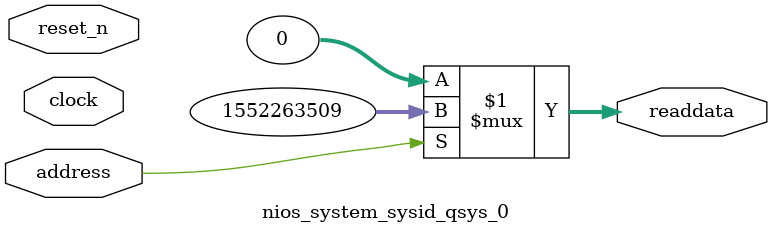
<source format=v>



// synthesis translate_off
`timescale 1ns / 1ps
// synthesis translate_on

// turn off superfluous verilog processor warnings 
// altera message_level Level1 
// altera message_off 10034 10035 10036 10037 10230 10240 10030 

module nios_system_sysid_qsys_0 (
               // inputs:
                address,
                clock,
                reset_n,

               // outputs:
                readdata
             )
;

  output  [ 31: 0] readdata;
  input            address;
  input            clock;
  input            reset_n;

  wire    [ 31: 0] readdata;
  //control_slave, which is an e_avalon_slave
  assign readdata = address ? 1552263509 : 0;

endmodule



</source>
